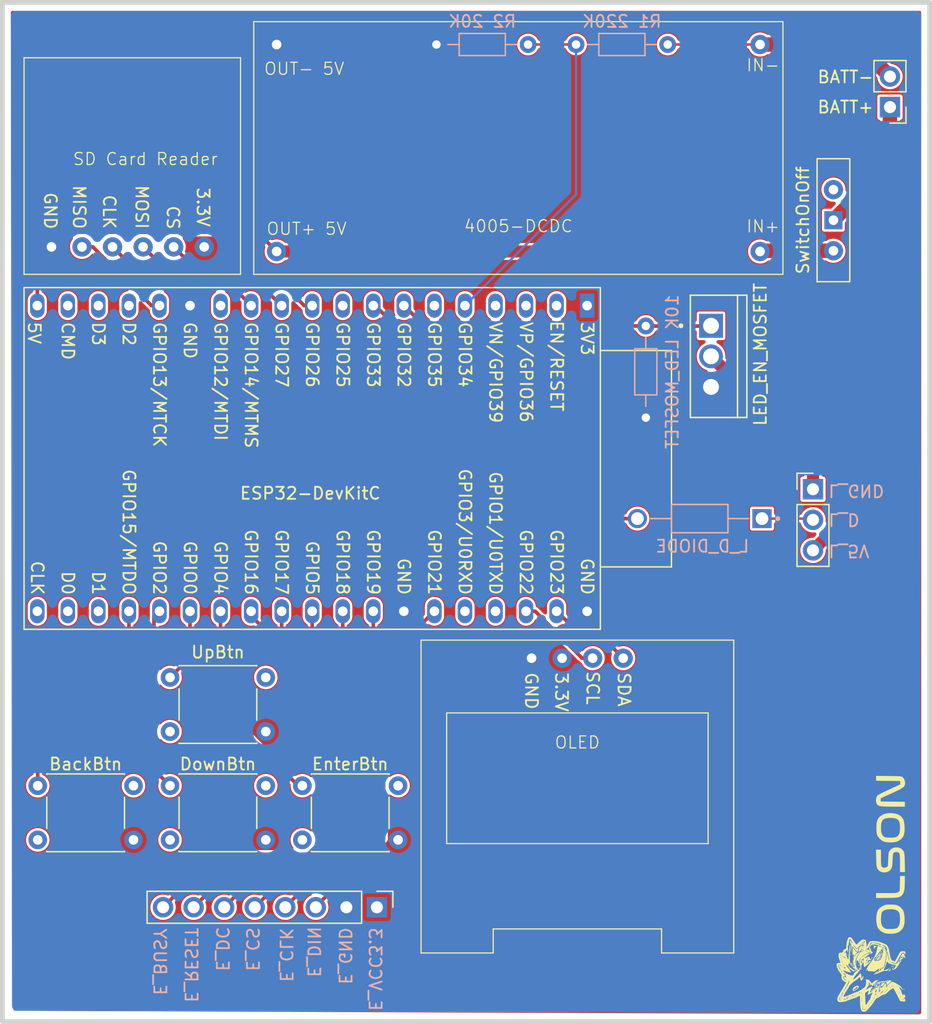
<source format=kicad_pcb>
(kicad_pcb (version 20241229) (generator "pcbnew") (generator_version "9.0")
  (layers (0 "F.Cu" signal) (2 "B.Cu" signal) (13 "F.Paste" user) (15 "B.Paste" user) (5 "F.SilkS" user "F.Silkscreen") (7 "B.SilkS" user "B.Silkscreen") (1 "F.Mask" user) (3 "B.Mask" user) (25 "Edge.Cuts" user))
  (net 0 "")
  (net 1 "GND")
  (net 2 "VCC3.3")
  (net 3 "SD_MISO")
  (net 4 "SD_CLK")
  (net 5 "SD_MOSI")
  (net 6 "SD_CS")
  (net 7 "VCC_5V")
  (net 8 "LED_DATA")
  (net 9 "LED_EN")
  (net 10 "LED_GND")
  (net 11 "BATT_V_MEASURE")
  (net 12 "BATT_IN_GND")
  (net 13 "BATT_IN_VCC")
  (net 14 "BATT_IN_REG")
  (net 15 "BTN_BACK")
  (net 16 "BTN_DOWN")
  (net 17 "BTN_UP")
  (net 18 "BTN_ENTER")
  (net 19 "EINK_BUSY")
  (net 20 "EINK_RESET")
  (net 21 "EINK_DC")
  (net 22 "EINK_CS")
  (net 23 "EINK_CLK")
  (net 24 "EINK_DIN")
  (net 25 "OLED_CLK")
  (net 26 "OLED_SDA")
  (footprint "eConBadge:Button" (layer "F.Cu") (at 128.77 87.05)
    (property "Reference" "BackBtn" (hide yes))
    (property "Value" "Button" (hide yes))
    (fp_text user "${REFERENCE}" (at -0.45 -9.15 0) (layer "F.SilkS"))
    (pad "1" thru_hole circle (at -4.43 -7.35) (size 1.55 1.55) (drill 0.8) (layers "*.Cu" "*.Mask") (net 15 "BTN_BACK"))
    (pad "1" thru_hole circle (at 3.53 -7.35) (size 1.55 1.55) (drill 0.8) (layers "*.Cu" "*.Mask"))
    (pad "2" thru_hole circle (at -4.43 -2.85) (size 1.55 1.55) (drill 0.8) (layers "*.Cu" "*.Mask"))
    (pad "2" thru_hole circle (at 3.53 -2.85) (size 1.55 1.55) (drill 0.8) (layers "*.Cu" "*.Mask") (net 2 "VCC3.3"))
  )
  (footprint "eConBadge:SSD1306_0.96_OLED" (layer "F.Cu") (at 156.21 93.6)
    (property "Reference" "OLED" (at 13 -17.5 0) (layer "F.SilkS") (effects (font (thickness 0.1))))
    (property "Value" "SSD1306_0.96_OLED")
    (pad "1" thru_hole circle (at 9.19 -24.5) (size 1.6 1.6) (drill 0.8) (layers "*.Cu" "*.Mask") (net 1 "GND"))
    (pad "2" thru_hole circle (at 11.73 -24.5) (size 1.6 1.6) (drill 0.8) (layers "*.Cu" "*.Mask") (net 2 "VCC3.3"))
    (pad "3" thru_hole circle (at 14.27 -24.5) (size 1.6 1.6) (drill 0.8) (layers "*.Cu" "*.Mask") (net 25 "OLED_CLK"))
    (pad "4" thru_hole circle (at 16.81 -24.5) (size 1.6 1.6) (drill 0.8) (layers "*.Cu" "*.Mask") (net 26 "OLED_SDA"))
  )
  (footprint "eConBadge:logo" (layer "F.Cu") (at 193.477301 88.600964 90)
    (property "Reference" "G***" (hide yes))
    (property "Value" "LOGO" (hide yes))
  )
  (footprint "RFP30N06LE:TRANS_RFP30N06LE" (layer "F.Cu") (at 180.3225 44.015 -90)
    (property "Reference" "LED_EN_MOSFET" (at -0.16 -4.1 90) (layer "F.SilkS"))
    (property "Value" "TRANS_RFP30N06LE" (hide yes))
    (pad "1" thru_hole rect (at -2.54 0 270) (size 1.98 1.98) (drill 1.32) (layers "*.Cu" "*.Mask") (net 9 "LED_EN"))
    (pad "2" thru_hole circle (at 0 0 270) (size 1.98 1.98) (drill 1.32) (layers "*.Cu" "*.Mask") (net 10 "LED_GND"))
    (pad "3" thru_hole circle (at 2.54 0 270) (size 1.98 1.98) (drill 1.32) (layers "*.Cu" "*.Mask") (net 1 "GND"))
  )
  (footprint "Connector_PinHeader_2.54mm:PinHeader_1x03_P2.54mm_Vertical" (layer "F.Cu") (at 188.8 55.06)
    (property "Reference" "LEDConnector" (hide yes))
    (property "Value" "PinHeader_1x03_P2.54mm_Vertical" (hide yes))
    (pad "1" thru_hole rect (at 0 0) (size 1.7 1.7) (drill 1) (layers "*.Cu" "*.Mask") (net 10 "LED_GND"))
    (pad "2" thru_hole oval (at 0 2.54) (size 1.7 1.7) (drill 1) (layers "*.Cu" "*.Mask") (net 8 "LED_DATA"))
    (pad "3" thru_hole oval (at 0 5.08) (size 1.7 1.7) (drill 1) (layers "*.Cu" "*.Mask") (net 7 "VCC_5V"))
  )
  (footprint "eConBadge:4005DCDC" (layer "F.Cu") (at 186.3 16.2 180)
    (property "Reference" "4005-DCDC" (at 22 -17 0) (layer "F.SilkS") (effects (font (thickness 0.1))))
    (property "Value" "DC-DC Regulator")
    (fp_text user "IN-" (at 3.1 -4.2 0) (layer "F.SilkS") (effects (font (thickness 0.1)) (justify left bottom)))
    (fp_text user "IN+" (at 3.1 -17.6 0) (layer "F.SilkS") (effects (font (thickness 0.1)) (justify left bottom)))
    (fp_text user "OUT+ 5V" (at 43 -17.8 0) (layer "F.SilkS") (effects (font (thickness 0.1)) (justify left bottom)))
    (fp_text user "OUT- 5V" (at 43.2 -4.5 0) (layer "F.SilkS") (effects (font (thickness 0.1)) (justify left bottom)))
    (pad "1" thru_hole circle (at 42.1 -19.1 180) (size 1.6 1.6) (drill 0.8) (layers "*.Cu" "*.Mask") (net 7 "VCC_5V"))
    (pad "2" thru_hole circle (at 42.1 -1.9 180) (size 1.6 1.6) (drill 0.8) (layers "*.Cu" "*.Mask") (net 1 "GND"))
    (pad "3" thru_hole circle (at 1.9 -19.1 180) (size 1.6 1.6) (drill 0.8) (layers "*.Cu" "*.Mask") (net 14 "BATT_IN_REG"))
    (pad "4" thru_hole circle (at 1.9 -1.9 180) (size 1.6 1.6) (drill 0.8) (layers "*.Cu" "*.Mask") (net 12 "BATT_IN_GND"))
  )
  (footprint "Connector_PinHeader_2.54mm:PinHeader_1x08_P2.54mm_Vertical" (layer "F.Cu") (at 152.54 89.8 -90)
    (property "Reference" "EInkConnector" (hide yes))
    (property "Value" "PinHeader_1x08_P2.54mm_Vertical" (hide yes))
    (pad "1" thru_hole rect (at 0 0 270) (size 1.7 1.7) (drill 1) (layers "*.Cu" "*.Mask") (net 2 "VCC3.3"))
    (pad "2" thru_hole oval (at 0 2.54 270) (size 1.7 1.7) (drill 1) (layers "*.Cu" "*.Mask") (net 1 "GND"))
    (pad "3" thru_hole oval (at 0 5.08 270) (size 1.7 1.7) (drill 1) (layers "*.Cu" "*.Mask") (net 24 "EINK_DIN"))
    (pad "4" thru_hole oval (at 0 7.62 270) (size 1.7 1.7) (drill 1) (layers "*.Cu" "*.Mask") (net 23 "EINK_CLK"))
    (pad "5" thru_hole oval (at 0 10.16 270) (size 1.7 1.7) (drill 1) (layers "*.Cu" "*.Mask") (net 22 "EINK_CS"))
    (pad "6" thru_hole oval (at 0 12.7 270) (size 1.7 1.7) (drill 1) (layers "*.Cu" "*.Mask") (net 21 "EINK_DC"))
    (pad "7" thru_hole oval (at 0 15.24 270) (size 1.7 1.7) (drill 1) (layers "*.Cu" "*.Mask") (net 20 "EINK_RESET"))
    (pad "8" thru_hole oval (at 0 17.78 270) (size 1.7 1.7) (drill 1) (layers "*.Cu" "*.Mask") (net 19 "EINK_BUSY"))
  )
  (footprint "Connector_PinHeader_2.54mm:PinHeader_1x02_P2.54mm_Vertical" (layer "F.Cu") (at 195.2 23.3 180)
    (property "Reference" "BATT-" (at 3.7 2.5 0) (layer "F.SilkS"))
    (property "Value" "PinHeader_1x02_P2.54mm_Vertical" (hide yes))
    (pad "1" thru_hole rect (at 0 0 180) (size 1.7 1.7) (drill 1) (layers "*.Cu" "*.Mask") (net 13 "BATT_IN_VCC"))
    (pad "2" thru_hole oval (at 0 2.54 180) (size 1.7 1.7) (drill 1) (layers "*.Cu" "*.Mask") (net 12 "BATT_IN_GND"))
  )
  (footprint "Button_Switch_THT:SW_Slide-03_Wuerth-WS-SLTV_10x2.5x6.4_P2.54mm" (layer "F.Cu") (at 190.5 32.7 90)
    (property "Reference" "SwitchOnOff" (at 0 -2.54 90) (layer "F.SilkS"))
    (property "Value" "SW_Slide-03_Wuerth-WS-SLTV_10x2.5x6.4_P2.54mm" (hide yes))
    (pad "1" thru_hole rect (at 0 0 90) (size 1.5 1.5) (drill 0.8) (layers "*.Cu" "*.Mask") (net 13 "BATT_IN_VCC"))
    (pad "2" thru_hole circle (at -2.54 0 90) (size 1.6 1.6) (drill 0.8) (layers "*.Cu" "*.Mask") (net 14 "BATT_IN_REG"))
    (pad "3" thru_hole circle (at 2.54 0 90) (size 1.6 1.6) (drill 0.8) (layers "*.Cu" "*.Mask"))
  )
  (footprint "PCM_Espressif:ESP32-DevKitC" (layer "F.Cu") (at 170.02 39.8 -90)
    (property "Reference" "ESP32" (hide yes))
    (property "Value" "ESP32-DevKitC" (at 15.6 23.02 0) (layer "F.SilkS"))
    (fp_text user "GPIO13/MTCK" (at 1.27 35.56 270) (layer "F.SilkS") (effects (justify left)))
    (fp_text user "GPIO5" (at 24.13 22.86 270) (layer "F.SilkS") (effects (justify right)))
    (fp_text user "GPIO2" (at 24.13 35.56 270) (layer "F.SilkS") (effects (justify right)))
    (fp_text user "D2" (at 1.27 38.1 270) (layer "F.SilkS") (effects (justify left)))
    (fp_text user "GPIO27" (at 1.27 25.4 270) (layer "F.SilkS") (effects (justify left)))
    (fp_text user "GND" (at 24.13 0 270) (layer "F.SilkS") (effects (justify right)))
    (fp_text user "GPIO21" (at 24.13 12.7 270) (layer "F.SilkS") (effects (justify right)))
    (fp_text user "GND" (at 24.13 15.24 270) (layer "F.SilkS") (effects (justify right)))
    (fp_text user "GPIO12/MTDI" (at 1.27 30.48 270) (layer "F.SilkS") (effects (justify left)))
    (fp_text user "VN/GPIO39" (at 1.27 7.62 270) (layer "F.SilkS") (effects (justify left)))
    (fp_text user "GPIO17" (at 24.13 25.4 270) (layer "F.SilkS") (effects (justify right)))
    (fp_text user "D1" (at 24.13 40.64 270) (layer "F.SilkS") (effects (justify right)))
    (fp_text user "VP/GPIO36" (at 1.27 5.08 270) (layer "F.SilkS") (effects (justify left)))
    (fp_text user "GPIO26" (at 1.27 22.86 270) (layer "F.SilkS") (effects (justify left)))
    (fp_text user "GPIO19" (at 24.13 17.78 270) (layer "F.SilkS") (effects (justify right)))
    (fp_text user "GPIO33" (at 1.27 17.78 270) (layer "F.SilkS") (effects (justify left)))
    (fp_text user "GPIO34" (at 1.27 10.16 270) (layer "F.SilkS") (effects (justify left)))
    (fp_text user "CLK" (at 24.13 45.72 270) (layer "F.SilkS") (effects (justify right)))
    (fp_text user "GPIO35" (at 1.27 12.7 270) (layer "F.SilkS") (effects (justify left)))
    (fp_text user "CMD" (at 1.27 43.18 270) (layer "F.SilkS") (effects (justify left)))
    (fp_text user "GPIO32" (at 1.27 15.24 270) (layer "F.SilkS") (effects (justify left)))
    (fp_text user "GPIO22" (at 24.13 5.08 270) (layer "F.SilkS") (effects (justify right)))
    (fp_text user "5V" (at 1.26632 45.97128 270) (layer "F.SilkS") (effects (justify left)))
    (fp_text user "GPIO25" (at 1.27 20.32 270) (layer "F.SilkS") (effects (justify left)))
    (fp_text user "D3" (at 1.27 40.64 270) (layer "F.SilkS") (effects (justify left)))
    (fp_text user "GPIO0" (at 24.13 33.02 270) (layer "F.SilkS") (effects (justify right)))
    (fp_text user "GPIO1/U0TXD" (at 24.13 7.62 270) (layer "F.SilkS") (effects (justify right)))
    (fp_text user "GPIO4" (at 24.13 30.48 270) (layer "F.SilkS") (effects (justify right)))
    (fp_text user "GPIO23" (at 24.13 2.54 270) (layer "F.SilkS") (effects (justify right)))
    (fp_text user "GPIO15/MTDO" (at 24.13 38.1 270) (layer "F.SilkS") (effects (justify right)))
    (fp_text user "EN/RESET" (at 8.88632 2.53728 270) (layer "F.SilkS") (effects (justify right)))
    (fp_text user "GPIO18" (at 24.13 20.32 270) (layer "F.SilkS") (effects (justify right)))
    (fp_text user "GPIO14/MTMS" (at 1.27 27.94 270) (layer "F.SilkS") (effects (justify left)))
    (fp_text user "GND" (at 1.27 33.02 270) (layer "F.SilkS") (effects (justify left)))
    (fp_text user "GPIO16" (at 24.13 27.94 270) (layer "F.SilkS") (effects (justify right)))
    (fp_text user "GPIO3/U0RXD" (at 24.13 10.16 270) (layer "F.SilkS") (effects (justify right)))
    (fp_text user "D0" (at 24.13 43.18 270) (layer "F.SilkS") (effects (justify right)))
    (fp_text user "3V3" (at 1.27 0 270) (layer "F.SilkS") (effects (justify left)))
    (pad "1" thru_hole rect (at 0 0 180) (size 1.2 2) (drill 0.8) (layers "*.Cu" "*.Mask") (net 2 "VCC3.3"))
    (pad "2" thru_hole oval (at 0 2.54 180) (size 1.2 2) (drill 0.8) (layers "*.Cu" "*.Mask"))
    (pad "3" thru_hole oval (at 0 5.08 180) (size 1.2 2) (drill 0.8) (layers "*.Cu" "*.Mask"))
    (pad "4" thru_hole oval (at 0 7.62 180) (size 1.2 2) (drill 0.8) (layers "*.Cu" "*.Mask"))
    (pad "5" thru_hole oval (at 0 10.16 180) (size 1.2 2) (drill 0.8) (layers "*.Cu" "*.Mask") (net 11 "BATT_V_MEASURE"))
    (pad "6" thru_hole oval (at 0 12.7 180) (size 1.2 2) (drill 0.8) (layers "*.Cu" "*.Mask"))
    (pad "7" thru_hole oval (at 0 15.24 180) (size 1.2 2) (drill 0.8) (layers "*.Cu" "*.Mask") (net 9 "LED_EN"))
    (pad "8" thru_hole oval (at 0 17.78 180) (size 1.2 2) (drill 0.8) (layers "*.Cu" "*.Mask") (net 8 "LED_DATA"))
    (pad "9" thru_hole oval (at 0 20.32 180) (size 1.2 2) (drill 0.8) (layers "*.Cu" "*.Mask"))
    (pad "10" thru_hole oval (at 0 22.86 180) (size 1.2 2) (drill 0.8) (layers "*.Cu" "*.Mask") (net 6 "SD_CS"))
    (pad "11" thru_hole oval (at 0 25.4 180) (size 1.2 2) (drill 0.8) (layers "*.Cu" "*.Mask") (net 5 "SD_MOSI"))
    (pad "12" thru_hole oval (at 0 27.94 180) (size 1.2 2) (drill 0.8) (layers "*.Cu" "*.Mask") (net 4 "SD_CLK"))
    (pad "13" thru_hole oval (at 0 30.48 180) (size 1.2 2) (drill 0.8) (layers "*.Cu" "*.Mask"))
    (pad "14" thru_hole oval (at 0 33.02 180) (size 1.2 2) (drill 0.8) (layers "*.Cu" "*.Mask") (net 1 "GND"))
    (pad "15" thru_hole oval (at 0 35.56 180) (size 1.2 2) (drill 0.8) (layers "*.Cu" "*.Mask") (net 3 "SD_MISO"))
    (pad "16" thru_hole oval (at 0 38.1 180) (size 1.2 2) (drill 0.8) (layers "*.Cu" "*.Mask"))
    (pad "17" thru_hole oval (at 0 40.64 180) (size 1.2 2) (drill 0.8) (layers "*.Cu" "*.Mask"))
    (pad "18" thru_hole oval (at 0 43.18 180) (size 1.2 2) (drill 0.8) (layers "*.Cu" "*.Mask"))
    (pad "19" thru_hole oval (at 0 45.72 180) (size 1.2 2) (drill 0.8) (layers "*.Cu" "*.Mask") (net 7 "VCC_5V"))
    (pad "20" thru_hole oval (at 25.39632 45.71728 180) (size 1.2 2) (drill 0.8) (layers "*.Cu" "*.Mask"))
    (pad "21" thru_hole oval (at 25.39632 43.17728 180) (size 1.2 2) (drill 0.8) (layers "*.Cu" "*.Mask"))
    (pad "22" thru_hole oval (at 25.4 40.64 180) (size 1.2 2) (drill 0.8) (layers "*.Cu" "*.Mask"))
    (pad "23" thru_hole oval (at 25.4 38.1 180) (size 1.2 2) (drill 0.8) (layers "*.Cu" "*.Mask") (net 15 "BTN_BACK"))
    (pad "24" thru_hole oval (at 25.4 35.56 180) (size 1.2 2) (drill 0.8) (layers "*.Cu" "*.Mask") (net 16 "BTN_DOWN"))
    (pad "25" thru_hole oval (at 25.4 33.02 180) (size 1.2 2) (drill 0.8) (layers "*.Cu" "*.Mask") (net 17 "BTN_UP"))
    (pad "26" thru_hole oval (at 25.4 30.48 180) (size 1.2 2) (drill 0.8) (layers "*.Cu" "*.Mask") (net 18 "BTN_ENTER"))
    (pad "27" thru_hole oval (at 25.4 27.94 180) (size 1.2 2) (drill 0.8) (layers "*.Cu" "*.Mask") (net 19 "EINK_BUSY"))
    (pad "28" thru_hole oval (at 25.4 25.4 180) (size 1.2 2) (drill 0.8) (layers "*.Cu" "*.Mask") (net 20 "EINK_RESET"))
    (pad "29" thru_hole oval (at 25.4 22.86 180) (size 1.2 2) (drill 0.8) (layers "*.Cu" "*.Mask") (net 21 "EINK_DC"))
    (pad "30" thru_hole oval (at 25.4 20.32 180) (size 1.2 2) (drill 0.8) (layers "*.Cu" "*.Mask") (net 22 "EINK_CS"))
    (pad "31" thru_hole oval (at 25.4 17.78 180) (size 1.2 2) (drill 0.8) (layers "*.Cu" "*.Mask") (net 23 "EINK_CLK"))
    (pad "32" thru_hole oval (at 25.4 15.24 180) (size 1.2 2) (drill 0.8) (layers "*.Cu" "*.Mask") (net 1 "GND"))
    (pad "33" thru_hole oval (at 25.4 12.7 180) (size 1.2 2) (drill 0.8) (layers "*.Cu" "*.Mask") (net 24 "EINK_DIN"))
    (pad "34" thru_hole oval (at 25.4 10.16 180) (size 1.2 2) (drill 0.8) (layers "*.Cu" "*.Mask"))
    (pad "35" thru_hole oval (at 25.4 7.62 180) (size 1.2 2) (drill 0.8) (layers "*.Cu" "*.Mask"))
    (pad "36" thru_hole oval (at 25.4 5.08 180) (size 1.2 2) (drill 0.8) (layers "*.Cu" "*.Mask") (net 25 "OLED_CLK"))
    (pad "37" thru_hole oval (at 25.4 2.54 180) (size 1.2 2) (drill 0.8) (layers "*.Cu" "*.Mask") (net 26 "OLED_SDA"))
    (pad "38" thru_hole oval (at 25.4 0 180) (size 1.2 2) (drill 0.8) (layers "*.Cu" "*.Mask") (net 1 "GND"))
  )
  (footprint "eConBadge:Button" (layer "F.Cu") (at 139.77 87.05)
    (property "Reference" "DownBtn" (hide yes))
    (property "Value" "Button" (hide yes))
    (fp_text user "${REFERENCE}" (at -0.45 -9.15 0) (layer "F.SilkS"))
    (pad "1" thru_hole circle (at -4.43 -7.35) (size 1.55 1.55) (drill 0.8) (layers "*.Cu" "*.Mask") (net 16 "BTN_DOWN"))
    (pad "1" thru_hole circle (at 3.53 -7.35) (size 1.55 1.55) (drill 0.8) (layers "*.Cu" "*.Mask"))
    (pad "2" thru_hole circle (at -4.43 -2.85) (size 1.55 1.55) (drill 0.8) (layers "*.Cu" "*.Mask"))
    (pad "2" thru_hole circle (at 3.53 -2.85) (size 1.55 1.55) (drill 0.8) (layers "*.Cu" "*.Mask") (net 2 "VCC3.3"))
  )
  (footprint "eConBadge:Button" (layer "F.Cu") (at 139.77 78.05)
    (property "Reference" "UpBtn" (hide yes))
    (property "Value" "Button" (hide yes))
    (fp_text user "${REFERENCE}" (at -0.45 -9.45 0) (layer "F.SilkS"))
    (pad "1" thru_hole circle (at -4.43 -7.35) (size 1.55 1.55) (drill 0.8) (layers "*.Cu" "*.Mask") (net 17 "BTN_UP"))
    (pad "1" thru_hole circle (at 3.53 -7.35) (size 1.55 1.55) (drill 0.8) (layers "*.Cu" "*.Mask"))
    (pad "2" thru_hole circle (at -4.43 -2.85) (size 1.55 1.55) (drill 0.8) (layers "*.Cu" "*.Mask"))
    (pad "2" thru_hole circle (at 3.53 -2.85) (size 1.55 1.55) (drill 0.8) (layers "*.Cu" "*.Mask") (net 2 "VCC3.3"))
  )
  (footprint "eConBadge:Button" (layer "F.Cu") (at 150.77 87.05)
    (property "Reference" "EnterBtn" (hide yes))
    (property "Value" "Button" (hide yes))
    (fp_text user "${REFERENCE}" (at -0.45 -9.15 0) (layer "F.SilkS"))
    (pad "1" thru_hole circle (at -4.43 -7.35) (size 1.55 1.55) (drill 0.8) (layers "*.Cu" "*.Mask") (net 18 "BTN_ENTER"))
    (pad "1" thru_hole circle (at 3.53 -7.35) (size 1.55 1.55) (drill 0.8) (layers "*.Cu" "*.Mask"))
    (pad "2" thru_hole circle (at -4.43 -2.85) (size 1.55 1.55) (drill 0.8) (layers "*.Cu" "*.Mask"))
    (pad "2" thru_hole circle (at 3.53 -2.85) (size 1.55 1.55) (drill 0.8) (layers "*.Cu" "*.Mask") (net 2 "VCC3.3"))
  )
  (footprint "eConBadge:SDCardReader" (layer "F.Cu") (at 123.2 37.2)
    (property "Reference" "SDCardReader" (hide yes))
    (property "Value" "10k" (hide yes))
    (fp_text user "SD Card Reader" (at 4 -9 0) (layer "F.SilkS") (effects (font (thickness 0.1)) (justify left bottom)))
    (pad "1" thru_hole circle (at 2.28 -2.28) (size 1.6 1.6) (drill 0.8) (layers "*.Cu" "*.Mask") (net 1 "GND"))
    (pad "2" thru_hole circle (at 4.82 -2.28) (size 1.6 1.6) (drill 0.8) (layers "*.Cu" "*.Mask") (net 3 "SD_MISO"))
    (pad "3" thru_hole circle (at 7.36 -2.28) (size 1.6 1.6) (drill 0.8) (layers "*.Cu" "*.Mask") (net 4 "SD_CLK"))
    (pad "4" thru_hole circle (at 9.9 -2.28) (size 1.6 1.6) (drill 0.8) (layers "*.Cu" "*.Mask") (net 5 "SD_MOSI"))
    (pad "5" thru_hole circle (at 12.44 -2.28) (size 1.6 1.6) (drill 0.8) (layers "*.Cu" "*.Mask") (net 6 "SD_CS"))
    (pad "6" thru_hole circle (at 14.98 -2.28) (size 1.6 1.6) (drill 0.8) (layers "*.Cu" "*.Mask") (net 2 "VCC3.3"))
  )
  (footprint "eConBadge:DIOAD1036W78L470D235" (layer "B.Cu") (at 179.38 57.5 180)
    (property "Reference" "L_D_DIODE" (at -0.225 -2.3 0) (layer "B.SilkS") (effects (justify mirror)))
    (property "Value" "DIOAD1036W78L470D235" (hide yes))
    (pad "A" thru_hole circle (at 5.18 0 180) (size 1.59 1.59) (drill 1.06) (layers "*.Cu" "*.Mask") (net 8 "LED_DATA"))
    (pad "C" thru_hole rect (at -5.18 0 180) (size 1.59 1.59) (drill 1.06) (layers "*.Cu" "*.Mask") (net 8 "LED_DATA"))
  )
  (footprint "Resistor_THT:R_Axial_DIN0204_L3.6mm_D1.6mm_P7.62mm_Horizontal" (layer "B.Cu") (at 174.9 49.11 90)
    (property "Reference" "10K LED_MOSFET" (at 3.81 2.2 90) (layer "B.SilkS") (effects (justify mirror)))
    (property "Value" "R_Axial_DIN0204_L3.6mm_D1.6mm_P7.62mm_Horizontal" (hide yes))
    (pad "1" thru_hole circle (at 0 0 90) (size 1.4 1.4) (drill 0.7) (layers "*.Cu" "*.Mask") (net 1 "GND"))
    (pad "2" thru_hole oval (at 7.62 0 90) (size 1.4 1.4) (drill 0.7) (layers "*.Cu" "*.Mask") (net 9 "LED_EN"))
  )
  (footprint "Resistor_THT:R_Axial_DIN0204_L3.6mm_D1.6mm_P7.62mm_Horizontal" (layer "B.Cu") (at 165.11 18.1 180)
    (property "Reference" "R2 20K" (at 3.81 1.92 0) (layer "B.SilkS") (effects (justify mirror)))
    (property "Value" "R2 20K" (hide yes))
    (pad "1" thru_hole circle (at 0 0 180) (size 1.4 1.4) (drill 0.7) (layers "*.Cu" "*.Mask") (net 11 "BATT_V_MEASURE"))
    (pad "2" thru_hole oval (at 7.62 0 180) (size 1.4 1.4) (drill 0.7) (layers "*.Cu" "*.Mask") (net 1 "GND"))
  )
  (footprint "Resistor_THT:R_Axial_DIN0204_L3.6mm_D1.6mm_P7.62mm_Horizontal" (layer "B.Cu") (at 176.72 18.1 180)
    (property "Reference" "R1 220K" (at 3.81 1.92 0) (layer "B.SilkS") (effects (justify mirror)))
    (property "Value" "R_Axial_DIN0204_L3.6mm_D1.6mm_P7.62mm_Horizontal" (hide yes))
    (pad "1" thru_hole circle (at 0 0 180) (size 1.4 1.4) (drill 0.7) (layers "*.Cu" "*.Mask") (net 12 "BATT_IN_GND"))
    (pad "2" thru_hole oval (at 7.62 0 180) (size 1.4 1.4) (drill 0.7) (layers "*.Cu" "*.Mask") (net 11 "BATT_V_MEASURE"))
  )
  (gr_rect (start 121.4 14.6) (end 198.5 99.3) (stroke (width 0.4)) (fill no) (layer "Edge.Cuts"))
  (gr_text "CS" (at 135 31.4 270) (layer "F.SilkS") (effects (font (size 1 1)) (justify left bottom)))
  (gr_text "BATT+\n" (at 191.5 23.3 0) (layer "F.SilkS") (effects (font (size 1 1))))
  (gr_text "MISO" (at 127.2 29.7 270) (layer "F.SilkS") (effects (font (size 1 1)) (justify left bottom)))
  (gr_text "GND" (at 124.8 30.3 270) (layer "F.SilkS") (effects (font (size 1 1)) (justify left bottom)))
  (gr_text "SCL\n" (at 169.9 70.1 270) (layer "F.SilkS") (effects (font (size 1 1)) (justify left bottom)))
  (gr_text "3.3V" (at 167.3 70.2 270) (layer "F.SilkS") (effects (font (size 1 1)) (justify left bottom)))
  (gr_text "GND" (at 164.8 70.2 270) (layer "F.SilkS") (effects (font (size 1 1)) (justify left bottom)))
  (gr_text "MOSI" (at 132.4 29.7 270) (layer "F.SilkS") (effects (font (size 1 1)) (justify left bottom)))
  (gr_text "3.3V" (at 137.5 29.9 270) (layer "F.SilkS") (effects (font (size 1 1)) (justify left bottom)))
  (gr_text "CLK" (at 129.7 30.5 270) (layer "F.SilkS") (effects (font (size 1 1)) (justify left bottom)))
  (gr_text "SDA\n" (at 172.5 70.2 270) (layer "F.SilkS") (effects (font (size 1 1)) (justify left bottom)))
  (gr_text "E_GND" (at 149.3 96.3 270) (layer "B.SilkS") (effects (font (size 1 1)) (justify left bottom mirror)))
  (gr_text "L_5V\n" (at 190 59.6 180) (layer "B.SilkS") (effects (font (size 1 1)) (justify left bottom mirror)))
  (gr_text "E_CS" (at 141.6 95.2 270) (layer "B.SilkS") (effects (font (size 1 1)) (justify left bottom mirror)))
  (gr_text "E_RESET" (at 136.5 97.8 270) (layer "B.SilkS") (effects (font (size 1 1)) (justify left bottom mirror)))
  (gr_text "E_BUSY" (at 133.9 97.2 270) (layer "B.SilkS") (effects (font (size 1 1)) (justify left bottom mirror)))
  (gr_text "E_DC" (at 139.1 95.2 270) (layer "B.SilkS") (effects (font (size 1 1)) (justify left bottom mirror)))
  (gr_text "E_VCC3.3" (at 151.8 98.5 270) (layer "B.SilkS") (effects (font (size 1 1)) (justify left bottom mirror)))
  (gr_text "E_DIN" (at 146.7 95.7 270) (layer "B.SilkS") (effects (font (size 1 1)) (justify left bottom mirror)))
  (gr_text "L_D" (at 190 57 180) (layer "B.SilkS") (effects (font (size 1 1)) (justify left bottom mirror)))
  (gr_text "L_GND" (at 190 54.6 180) (layer "B.SilkS") (effects (font (size 1 1)) (justify left bottom mirror)))
  (gr_text "E_CLK" (at 144.4 96.1 270) (layer "B.SilkS") (effects (font (size 1 1)) (justify left bottom mirror)))
  (segment (start 133.8 39.8) (end 134.46 39.8) (width 0.3) (layer "F.Cu") (net 3))
  (segment (start 128.92 34.92) (end 133.8 39.8) (width 0.3) (layer "F.Cu") (net 3))
  (segment (start 128.02 34.92) (end 128.92 34.92) (width 0.3) (layer "F.Cu") (net 3))
  (segment (start 133.74 38.1) (end 140.4 38.1) (width 0.3) (layer "F.Cu") (net 4))
  (segment (start 140.4 38.1) (end 142.08 39.78) (width 0.3) (layer "F.Cu") (net 4))
  (segment (start 130.56 34.92) (end 133.74 38.1) (width 0.3) (layer "F.Cu") (net 4))
  (segment (start 142.08 39.78) (end 142.08 39.8) (width 0.3) (layer "F.Cu") (net 4))
  (segment (start 144.6 39.8) (end 144.62 39.8) (width 0.3) (layer "F.Cu") (net 5))
  (segment (start 135.78 37.6) (end 142.4 37.6) (width 0.3) (layer "F.Cu") (net 5))
  (segment (start 133.1 34.92) (end 135.78 37.6) (width 0.3) (layer "F.Cu") (net 5))
  (segment (start 142.4 37.6) (end 144.6 39.8) (width 0.3) (layer "F.Cu") (net 5))
  (segment (start 135.64 34.92) (end 137.82 37.1) (width 0.3) (layer "F.Cu") (net 6))
  (segment (start 143.8 37.1) (end 146.5 39.8) (width 0.3) (layer "F.Cu") (net 6))
  (segment (start 146.5 39.8) (end 147.16 39.8) (width 0.3) (layer "F.Cu") (net 6))
  (segment (start 137.82 37.1) (end 143.8 37.1) (width 0.3) (layer "F.Cu") (net 6))
  (segment (start 124.9 33.7) (end 124.3 34.3) (width 0.3) (layer "F.Cu") (net 7))
  (segment (start 144.2 35.3) (end 181.5 35.3) (width 1) (layer "F.Cu") (net 7))
  (segment (start 181.5 35.3) (end 190.9 44.7) (width 1) (layer "F.Cu") (net 7))
  (segment (start 190.9 44.7) (end 190.9 58.04) (width 1) (layer "F.Cu") (net 7))
  (segment (start 124.3 34.3) (end 124.3 39.8) (width 0.3) (layer "F.Cu") (net 7))
  (segment (start 144.2 35.3) (end 142.6 33.7) (width 0.3) (layer "F.Cu") (net 7))
  (segment (start 142.6 33.7) (end 124.9 33.7) (width 0.3) (layer "F.Cu") (net 7))
  (segment (start 190.9 58.04) (end 188.8 60.14) (width 1) (layer "F.Cu") (net 7))
  (segment (start 184.56 57.5) (end 188.7 57.5) (width 0.2) (layer "F.Cu") (net 8))
  (segment (start 152.44 39.84) (end 170.1 57.5) (width 0.3) (layer "F.Cu") (net 8))
  (segment (start 188.7 57.5) (end 188.8 57.6) (width 0.2) (layer "F.Cu") (net 8))
  (segment (start 170.1 57.5) (end 174.2 57.5) (width 0.3) (layer "F.Cu") (net 8))
  (segment (start 152.24 39.84) (end 152.44 39.84) (width 0.3) (layer "F.Cu") (net 8))
  (segment (start 152.24 39.8) (end 152.24 39.84) (width 0.2) (layer "F.Cu") (net 8))
  (segment (start 180.2975 41.5) (end 180.3225 41.475) (width 0.2) (layer "F.Cu") (net 9))
  (segment (start 156.49 41.49) (end 175.1 41.49) (width 0.3) (layer "F.Cu") (net 9))
  (segment (start 154.78 39.8) (end 154.8 39.8) (width 0.2) (layer "F.Cu") (net 9))
  (segment (start 174.9 41.49) (end 174.91 41.5) (width 0.3) (layer "F.Cu") (net 9))
  (segment (start 154.8 39.8) (end 156.49 41.49) (width 0.3) (layer "F.Cu") (net 9))
  (segment (start 174.91 41.5) (end 180.2975 41.5) (width 0.3) (layer "F.Cu") (net 9))
  (segment (start 180.3225 44.015) (end 188.8 52.4925) (width 1) (layer "F.Cu") (net 10))
  (segment (start 188.8 52.4925) (end 188.8 55.06) (width 1) (layer "F.Cu") (net 10))
  (segment (start 169.1 18.1) (end 165.11 18.1) (width 0.2) (layer "F.Cu") (net 11))
  (segment (start 169.1 30.56) (end 159.86 39.8) (width 0.2) (layer "B.Cu") (net 11))
  (segment (start 169.1 18.1) (end 169.1 30.56) (width 0.2) (layer "B.Cu") (net 11))
  (segment (start 184.4 18.1) (end 176.72 18.1) (width 0.2) (layer "F.Cu") (net 12))
  (segment (start 192.54 18.1) (end 184.4 18.1) (width 1.2) (layer "F.Cu") (net 12))
  (segment (start 195.2 20.76) (end 192.54 18.1) (width 1.2) (layer "F.Cu") (net 12))
  (segment (start 195.2 23.3) (end 195.2 28) (width 1.2) (layer "F.Cu") (net 13))
  (segment (start 195.2 28) (end 190.5 32.7) (width 1.2) (layer "F.Cu") (net 13))
  (segment (start 190.5 35.24) (end 184.46 35.24) (width 1.2) (layer "F.Cu") (net 14))
  (segment (start 184.46 35.24) (end 184.4 35.3) (width 0.2) (layer "F.Cu") (net 14))
  (segment (start 124.34 79.7) (end 124.34 75.46) (width 0.3) (layer "F.Cu") (net 15))
  (segment (start 124.34 75.46) (end 131.92 67.88) (width 0.3) (layer "F.Cu") (net 15))
  (segment (start 131.92 67.88) (end 131.92 65.2) (width 0.3) (layer "F.Cu") (net 15))
  (segment (start 134 65.66) (end 134.46 65.2) (width 0.3) (layer "F.Cu") (net 16))
  (segment (start 135.34 79.7) (end 134 78.36) (width 0.3) (layer "F.Cu") (net 16))
  (segment (start 134 78.36) (end 134 65.66) (width 0.3) (layer "F.Cu") (net 16))
  (segment (start 135.34 70.7) (end 137 69.04) (width 0.3) (layer "F.Cu") (net 17))
  (segment (start 137 69.04) (end 137 65.2) (width 0.3) (layer "F.Cu") (net 17))
  (segment (start 146.34 79.7) (end 146 79.7) (width 0.3) (layer "F.Cu") (net 18))
  (segment (start 146 79.7) (end 139.54 73.24) (width 0.3) (layer "F.Cu") (net 18))
  (segment (start 139.54 73.24) (end 139.54 65.2) (width 0.3) (layer "F.Cu") (net 18))
  (segment (start 147.577513 71.077513) (end 147.577513 84.62541) (width 0.3) (layer "F.Cu") (net 19))
  (segment (start 147.577513 84.62541) (end 146.802923 85.4) (width 0.3) (layer "F.Cu") (net 19))
  (segment (start 142.08 65.58) (end 147.577513 71.077513) (width 0.3) (layer "F.Cu") (net 19))
  (segment (start 146.802923 85.4) (end 139.16 85.4) (width 0.3) (layer "F.Cu") (net 19))
  (segment (start 142.08 65.2) (end 142.08 65.58) (width 0.3) (layer "F.Cu") (net 19))
  (segment (start 139.16 85.4) (end 134.76 89.8) (width 0.3) (layer "F.Cu") (net 19))
  (segment (start 148.3 70.7) (end 148.3 85) (width 0.3) (layer "F.Cu") (net 20))
  (segment (start 147.3 86) (end 141.1 86) (width 0.3) (layer "F.Cu") (net 20))
  (segment (start 141.1 86) (end 137.3 89.8) (width 0.3) (layer "F.Cu") (net 20))
  (segment (start 144.62 67.02) (end 148.3 70.7) (width 0.3) (layer "F.Cu") (net 20))
  (segment (start 144.62 65.2) (end 144.62 67.02) (width 0.3) (layer "F.Cu") (net 20))
  (segment (start 148.3 85) (end 147.3 86) (width 0.3) (layer "F.Cu") (net 20))
  (segment (start 147.419743 86.8) (end 142.84 86.8) (width 0.3) (layer "F.Cu") (net 21))
  (segment (start 147.16 68.56) (end 149.012675 70.412675) (width 0.3) (layer "F.Cu") (net 21))
  (segment (start 149.012675 85.207068) (end 147.419743 86.8) (width 0.3) (layer "F.Cu") (net 21))
  (segment (start 147.16 65.2) (end 147.16 68.56) (width 0.3) (layer "F.Cu") (net 21))
  (segment (start 149.012675 70.412675) (end 149.012675 85.207068) (width 0.3) (layer "F.Cu") (net 21))
  (segment (start 142.84 86.8) (end 139.84 89.8) (width 0.3) (layer "F.Cu") (net 21))
  (segment (start 144.68 87.5) (end 142.38 89.8) (width 0.3) (layer "F.Cu") (net 22))
  (segment (start 149.7 85.5) (end 147.7 87.5) (width 0.3) (layer "F.Cu") (net 22))
  (segment (start 149.7 65.2) (end 149.7 85.5) (width 0.3) (layer "F.Cu") (net 22))
  (segment (start 147.7 87.5) (end 144.68 87.5) (width 0.3) (layer "F.Cu") (net 22))
  (segment (start 146.5 88.2) (end 144.92 89.78) (width 0.3) (layer "F.Cu") (net 23))
  (segment (start 148 88.2) (end 146.5 88.2) (width 0.3) (layer "F.Cu") (net 23))
  (segment (start 152.24 65.2) (end 152.24 83.96) (width 0.3) (layer "F.Cu") (net 23))
  (segment (start 144.92 89.78) (end 144.92 89.8) (width 0.3) (layer "F.Cu") (net 23))
  (segment (start 152.24 83.96) (end 148 88.2) (width 0.3) (layer "F.Cu") (net 23))
  (segment (start 153.1 69.42) (end 153.1 84.1) (width 0.3) (layer "F.Cu") (net 24))
  (segment (start 147.46 89.74) (end 147.46 89.8) (width 0.3) (layer "F.Cu") (net 24))
  (segment (start 153.1 84.1) (end 147.46 89.74) (width 0.3) (layer "F.Cu") (net 24))
  (segment (start 157.32 65.2) (end 153.1 69.42) (width 0.3) (layer "F.Cu") (net 24))
  (segment (start 169.6 69.1) (end 170.48 69.1) (width 0.3) (layer "F.Cu") (net 25))
  (segment (start 165.7 65.2) (end 169.6 69.1) (width 0.3) (layer "F.Cu") (net 25))
  (segment (start 164.94 65.2) (end 165.7 65.2) (width 0.3) (layer "F.Cu") (net 25))
  (segment (start 171.22 67.3) (end 173.02 69.1) (width 0.3) (layer "F.Cu") (net 26))
  (segment (start 169.6 67.3) (end 171.22 67.3) (width 0.3) (layer "F.Cu") (net 26))
  (segment (start 167.48 65.2) (end 167.5 65.2) (width 0.2) (layer "F.Cu") (net 26))
  (segment (start 167.5 65.2) (end 169.6 67.3) (width 0.3) (layer "F.Cu") (net 26))
  (zone (net 2) (net_name "VCC3.3") (layer "F.Cu") (name "VCC3.3") (priority 1) (connect_pads yes (clearance 0.2)) (min_thickness 0.3) (fill yes (thermal_gap 0.4) (thermal_bridge_width 0.4))
    (polygon (pts (xy 122.1 15.3) (xy 197.8 15.3) (xy 197.8 98.7) (xy 122.3 98.4)))
  )
  (zone (net 1) (net_name "GND") (layer "B.Cu") (name "Ground") (connect_pads yes (clearance 0.3)) (min_thickness 0.8) (fill yes (thermal_gap 0.8) (thermal_bridge_width 0.8))
    (polygon (pts (xy 122.1 15.3) (xy 197.8 15.3) (xy 197.7 98.6) (xy 122.2 98.4)))
  )
)
</source>
